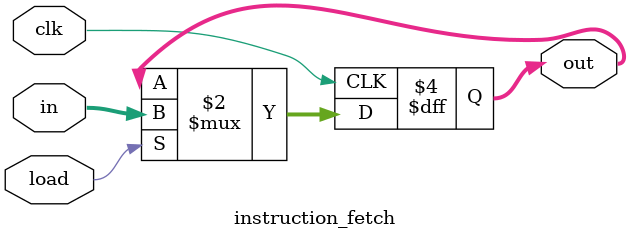
<source format=sv>
module instruction_fetch (
    input logic clk,
    
    input logic [15:0] in,
    input logic load,

    output logic [15:0] out
);

    always_ff @(posedge clk) begin
        if (load)
            out <= in;
    end

endmodule

</source>
